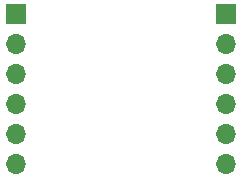
<source format=gbr>
%TF.GenerationSoftware,KiCad,Pcbnew,8.0.8*%
%TF.CreationDate,2025-02-11T16:16:20-05:00*%
%TF.ProjectId,IMU,494d552e-6b69-4636-9164-5f7063625858,rev?*%
%TF.SameCoordinates,Original*%
%TF.FileFunction,Soldermask,Bot*%
%TF.FilePolarity,Negative*%
%FSLAX46Y46*%
G04 Gerber Fmt 4.6, Leading zero omitted, Abs format (unit mm)*
G04 Created by KiCad (PCBNEW 8.0.8) date 2025-02-11 16:16:20*
%MOMM*%
%LPD*%
G01*
G04 APERTURE LIST*
%ADD10R,1.700000X1.700000*%
%ADD11O,1.700000X1.700000*%
G04 APERTURE END LIST*
D10*
%TO.C,J1*%
X141752000Y-91038000D03*
D11*
X141752000Y-93578000D03*
X141752000Y-96118000D03*
X141752000Y-98658000D03*
X141752000Y-101198000D03*
X141752000Y-103738000D03*
%TD*%
D10*
%TO.C,J2*%
X123962000Y-91038000D03*
D11*
X123962000Y-93578000D03*
X123962000Y-96118000D03*
X123962000Y-98658000D03*
X123962000Y-101198000D03*
X123962000Y-103738000D03*
%TD*%
M02*

</source>
